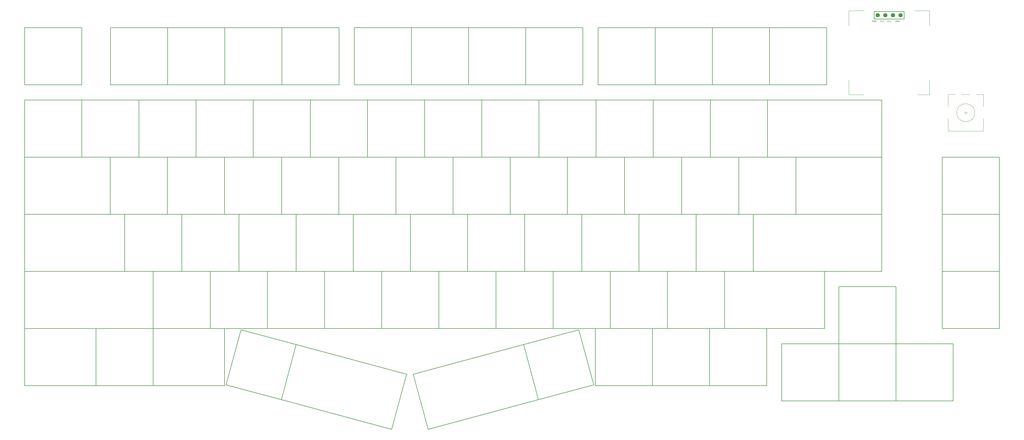
<source format=gbr>
%TF.GenerationSoftware,KiCad,Pcbnew,(6.0.1)*%
%TF.CreationDate,2022-02-07T12:22:45+01:00*%
%TF.ProjectId,middle,6d696464-6c65-42e6-9b69-6361645f7063,rev?*%
%TF.SameCoordinates,Original*%
%TF.FileFunction,Legend,Top*%
%TF.FilePolarity,Positive*%
%FSLAX46Y46*%
G04 Gerber Fmt 4.6, Leading zero omitted, Abs format (unit mm)*
G04 Created by KiCad (PCBNEW (6.0.1)) date 2022-02-07 12:22:45*
%MOMM*%
%LPD*%
G01*
G04 APERTURE LIST*
%ADD10C,0.100000*%
%ADD11C,0.150000*%
%ADD12C,0.120000*%
%ADD13C,1.397000*%
G04 APERTURE END LIST*
D10*
%TO.C,J1*%
X342033333Y-82678190D02*
X342200000Y-83178190D01*
X342366666Y-82678190D01*
X342819047Y-83130571D02*
X342795238Y-83154380D01*
X342723809Y-83178190D01*
X342676190Y-83178190D01*
X342604761Y-83154380D01*
X342557142Y-83106761D01*
X342533333Y-83059142D01*
X342509523Y-82963904D01*
X342509523Y-82892476D01*
X342533333Y-82797238D01*
X342557142Y-82749619D01*
X342604761Y-82702000D01*
X342676190Y-82678190D01*
X342723809Y-82678190D01*
X342795238Y-82702000D01*
X342819047Y-82725809D01*
X343319047Y-83130571D02*
X343295238Y-83154380D01*
X343223809Y-83178190D01*
X343176190Y-83178190D01*
X343104761Y-83154380D01*
X343057142Y-83106761D01*
X343033333Y-83059142D01*
X343009523Y-82963904D01*
X343009523Y-82892476D01*
X343033333Y-82797238D01*
X343057142Y-82749619D01*
X343104761Y-82702000D01*
X343176190Y-82678190D01*
X343223809Y-82678190D01*
X343295238Y-82702000D01*
X343319047Y-82725809D01*
X347192857Y-83154380D02*
X347264285Y-83178190D01*
X347383333Y-83178190D01*
X347430952Y-83154380D01*
X347454761Y-83130571D01*
X347478571Y-83082952D01*
X347478571Y-83035333D01*
X347454761Y-82987714D01*
X347430952Y-82963904D01*
X347383333Y-82940095D01*
X347288095Y-82916285D01*
X347240476Y-82892476D01*
X347216666Y-82868666D01*
X347192857Y-82821047D01*
X347192857Y-82773428D01*
X347216666Y-82725809D01*
X347240476Y-82702000D01*
X347288095Y-82678190D01*
X347407142Y-82678190D01*
X347478571Y-82702000D01*
X347692857Y-83178190D02*
X347692857Y-82678190D01*
X347811904Y-82678190D01*
X347883333Y-82702000D01*
X347930952Y-82749619D01*
X347954761Y-82797238D01*
X347978571Y-82892476D01*
X347978571Y-82963904D01*
X347954761Y-83059142D01*
X347930952Y-83106761D01*
X347883333Y-83154380D01*
X347811904Y-83178190D01*
X347692857Y-83178190D01*
X348169047Y-83035333D02*
X348407142Y-83035333D01*
X348121428Y-83178190D02*
X348288095Y-82678190D01*
X348454761Y-83178190D01*
X339719047Y-82702000D02*
X339671428Y-82678190D01*
X339600000Y-82678190D01*
X339528571Y-82702000D01*
X339480952Y-82749619D01*
X339457142Y-82797238D01*
X339433333Y-82892476D01*
X339433333Y-82963904D01*
X339457142Y-83059142D01*
X339480952Y-83106761D01*
X339528571Y-83154380D01*
X339600000Y-83178190D01*
X339647619Y-83178190D01*
X339719047Y-83154380D01*
X339742857Y-83130571D01*
X339742857Y-82963904D01*
X339647619Y-82963904D01*
X339957142Y-83178190D02*
X339957142Y-82678190D01*
X340242857Y-83178190D01*
X340242857Y-82678190D01*
X340480952Y-83178190D02*
X340480952Y-82678190D01*
X340600000Y-82678190D01*
X340671428Y-82702000D01*
X340719047Y-82749619D01*
X340742857Y-82797238D01*
X340766666Y-82892476D01*
X340766666Y-82963904D01*
X340742857Y-83059142D01*
X340719047Y-83106761D01*
X340671428Y-83154380D01*
X340600000Y-83178190D01*
X340480952Y-83178190D01*
X344504761Y-83154380D02*
X344576190Y-83178190D01*
X344695238Y-83178190D01*
X344742857Y-83154380D01*
X344766666Y-83130571D01*
X344790476Y-83082952D01*
X344790476Y-83035333D01*
X344766666Y-82987714D01*
X344742857Y-82963904D01*
X344695238Y-82940095D01*
X344600000Y-82916285D01*
X344552380Y-82892476D01*
X344528571Y-82868666D01*
X344504761Y-82821047D01*
X344504761Y-82773428D01*
X344528571Y-82725809D01*
X344552380Y-82702000D01*
X344600000Y-82678190D01*
X344719047Y-82678190D01*
X344790476Y-82702000D01*
X345290476Y-83130571D02*
X345266666Y-83154380D01*
X345195238Y-83178190D01*
X345147619Y-83178190D01*
X345076190Y-83154380D01*
X345028571Y-83106761D01*
X345004761Y-83059142D01*
X344980952Y-82963904D01*
X344980952Y-82892476D01*
X345004761Y-82797238D01*
X345028571Y-82749619D01*
X345076190Y-82702000D01*
X345147619Y-82678190D01*
X345195238Y-82678190D01*
X345266666Y-82702000D01*
X345290476Y-82725809D01*
X345742857Y-83178190D02*
X345504761Y-83178190D01*
X345504761Y-82678190D01*
D11*
%TO.C,KA0*%
X56890000Y-85138999D02*
X75940000Y-85138999D01*
X75940000Y-85138999D02*
X75940000Y-104188999D01*
X56890000Y-104188999D02*
X56890000Y-85138999D01*
X75940000Y-104188999D02*
X56890000Y-104188999D01*
%TO.C,KA1*%
X85540000Y-104188999D02*
X85540000Y-85138999D01*
X104590000Y-104188999D02*
X85540000Y-104188999D01*
X85540000Y-85138999D02*
X104590000Y-85138999D01*
X104590000Y-85138999D02*
X104590000Y-104188999D01*
%TO.C,KA2*%
X104589999Y-104188999D02*
X104589999Y-85138999D01*
X123639999Y-104188999D02*
X104589999Y-104188999D01*
X104589999Y-85138999D02*
X123639999Y-85138999D01*
X123639999Y-85138999D02*
X123639999Y-104188999D01*
%TO.C,KA3*%
X123640000Y-85138999D02*
X142690000Y-85138999D01*
X123640000Y-104188999D02*
X123640000Y-85138999D01*
X142690000Y-85138999D02*
X142690000Y-104188999D01*
X142690000Y-104188999D02*
X123640000Y-104188999D01*
%TO.C,KA4*%
X161740000Y-104188999D02*
X142690000Y-104188999D01*
X142690000Y-104188999D02*
X142690000Y-85138999D01*
X142690000Y-85138999D02*
X161740000Y-85138999D01*
X161740000Y-85138999D02*
X161740000Y-104188999D01*
%TO.C,KA5*%
X166790000Y-85138999D02*
X185840000Y-85138999D01*
X185840000Y-85138999D02*
X185840000Y-104188999D01*
X185840000Y-104188999D02*
X166790000Y-104188999D01*
X166790000Y-104188999D02*
X166790000Y-85138999D01*
%TO.C,KA6*%
X185840000Y-85138999D02*
X204890000Y-85138999D01*
X204890000Y-85138999D02*
X204890000Y-104188999D01*
X185840000Y-104188999D02*
X185840000Y-85138999D01*
X204890000Y-104188999D02*
X185840000Y-104188999D01*
%TO.C,KA7*%
X204890000Y-85138999D02*
X223940000Y-85138999D01*
X204890000Y-104188999D02*
X204890000Y-85138999D01*
X223940000Y-104188999D02*
X204890000Y-104188999D01*
X223940000Y-85138999D02*
X223940000Y-104188999D01*
%TO.C,KA8*%
X223939999Y-85138999D02*
X242989999Y-85138999D01*
X242989999Y-85138999D02*
X242989999Y-104188999D01*
X223939999Y-104188999D02*
X223939999Y-85138999D01*
X242989999Y-104188999D02*
X223939999Y-104188999D01*
%TO.C,KA9*%
X248039999Y-104188999D02*
X248039999Y-85138999D01*
X267089999Y-85138999D02*
X267089999Y-104188999D01*
X248039999Y-85138999D02*
X267089999Y-85138999D01*
X267089999Y-104188999D02*
X248039999Y-104188999D01*
%TO.C,KA10*%
X286139999Y-104188999D02*
X267089999Y-104188999D01*
X267089999Y-85138999D02*
X286139999Y-85138999D01*
X286139999Y-85138999D02*
X286139999Y-104188999D01*
X267089999Y-104188999D02*
X267089999Y-85138999D01*
%TO.C,KA11*%
X305189999Y-104188999D02*
X286139999Y-104188999D01*
X305189999Y-85138999D02*
X305189999Y-104188999D01*
X286139999Y-104188999D02*
X286139999Y-85138999D01*
X286139999Y-85138999D02*
X305189999Y-85138999D01*
%TO.C,KA12*%
X324239999Y-104188999D02*
X305189999Y-104188999D01*
X324239999Y-85138999D02*
X324239999Y-104188999D01*
X305189999Y-85138999D02*
X324239999Y-85138999D01*
X305189999Y-104188999D02*
X305189999Y-85138999D01*
%TO.C,KB0*%
X75940000Y-109238999D02*
X75940000Y-128288999D01*
X56890000Y-109238999D02*
X75940000Y-109238999D01*
X56890000Y-128288999D02*
X56890000Y-109238999D01*
X75940000Y-128288999D02*
X56890000Y-128288999D01*
%TO.C,KB1*%
X94989999Y-109238999D02*
X94989999Y-128288999D01*
X94989999Y-128288999D02*
X75939999Y-128288999D01*
X75939999Y-128288999D02*
X75939999Y-109238999D01*
X75939999Y-109238999D02*
X94989999Y-109238999D01*
%TO.C,KB2*%
X114039999Y-128288999D02*
X94989999Y-128288999D01*
X114039999Y-109238999D02*
X114039999Y-128288999D01*
X94989999Y-109238999D02*
X114039999Y-109238999D01*
X94989999Y-128288999D02*
X94989999Y-109238999D01*
%TO.C,KB3*%
X133090000Y-128288999D02*
X114040000Y-128288999D01*
X114040000Y-128288999D02*
X114040000Y-109238999D01*
X133090000Y-109238999D02*
X133090000Y-128288999D01*
X114040000Y-109238999D02*
X133090000Y-109238999D01*
%TO.C,KB4*%
X133090000Y-109238999D02*
X152140000Y-109238999D01*
X152140000Y-109238999D02*
X152140000Y-128288999D01*
X133090000Y-128288999D02*
X133090000Y-109238999D01*
X152140000Y-128288999D02*
X133090000Y-128288999D01*
%TO.C,KB5*%
X171190000Y-109238999D02*
X171190000Y-128288999D01*
X152140000Y-109238999D02*
X171190000Y-109238999D01*
X171190000Y-128288999D02*
X152140000Y-128288999D01*
X152140000Y-128288999D02*
X152140000Y-109238999D01*
%TO.C,KB6*%
X190240000Y-128288999D02*
X171190000Y-128288999D01*
X171190000Y-109238999D02*
X190240000Y-109238999D01*
X190240000Y-109238999D02*
X190240000Y-128288999D01*
X171190000Y-128288999D02*
X171190000Y-109238999D01*
%TO.C,KB7*%
X209290000Y-128288999D02*
X190240000Y-128288999D01*
X190240000Y-128288999D02*
X190240000Y-109238999D01*
X209290000Y-109238999D02*
X209290000Y-128288999D01*
X190240000Y-109238999D02*
X209290000Y-109238999D01*
%TO.C,KB9*%
X247390000Y-109238999D02*
X247390000Y-128288999D01*
X228340000Y-109238999D02*
X247390000Y-109238999D01*
X228340000Y-128288999D02*
X228340000Y-109238999D01*
X247390000Y-128288999D02*
X228340000Y-128288999D01*
%TO.C,KB10*%
X247390000Y-109238999D02*
X266440000Y-109238999D01*
X266440000Y-128288999D02*
X247390000Y-128288999D01*
X247390000Y-128288999D02*
X247390000Y-109238999D01*
X266440000Y-109238999D02*
X266440000Y-128288999D01*
%TO.C,KB11*%
X266439999Y-109238999D02*
X285489999Y-109238999D01*
X285489999Y-109238999D02*
X285489999Y-128288999D01*
X266439999Y-128288999D02*
X266439999Y-109238999D01*
X285489999Y-128288999D02*
X266439999Y-128288999D01*
%TO.C,KB12*%
X285489999Y-109238999D02*
X304539999Y-109238999D01*
X304539999Y-109238999D02*
X304539999Y-128288999D01*
X285489999Y-128288999D02*
X285489999Y-109238999D01*
X304539999Y-128288999D02*
X285489999Y-128288999D01*
%TO.C,KC1*%
X85465000Y-128288999D02*
X104515000Y-128288999D01*
X85465000Y-147338999D02*
X85465000Y-128288999D01*
X104515000Y-147338999D02*
X85465000Y-147338999D01*
X104515000Y-128288999D02*
X104515000Y-147338999D01*
%TO.C,KC2*%
X104515000Y-128288999D02*
X123565000Y-128288999D01*
X104515000Y-147338999D02*
X104515000Y-128288999D01*
X123565000Y-128288999D02*
X123565000Y-147338999D01*
X123565000Y-147338999D02*
X104515000Y-147338999D01*
%TO.C,KC3*%
X123565000Y-147338999D02*
X123565000Y-128288999D01*
X123565000Y-128288999D02*
X142615000Y-128288999D01*
X142615000Y-147338999D02*
X123565000Y-147338999D01*
X142615000Y-128288999D02*
X142615000Y-147338999D01*
%TO.C,KC4*%
X142615000Y-147338999D02*
X142615000Y-128288999D01*
X161665000Y-128288999D02*
X161665000Y-147338999D01*
X161665000Y-147338999D02*
X142615000Y-147338999D01*
X142615000Y-128288999D02*
X161665000Y-128288999D01*
%TO.C,KC5*%
X180715000Y-147338999D02*
X161665000Y-147338999D01*
X161665000Y-147338999D02*
X161665000Y-128288999D01*
X161665000Y-128288999D02*
X180715000Y-128288999D01*
X180715000Y-128288999D02*
X180715000Y-147338999D01*
%TO.C,KC6*%
X199765000Y-147338999D02*
X180715000Y-147338999D01*
X180715000Y-128288999D02*
X199765000Y-128288999D01*
X180715000Y-147338999D02*
X180715000Y-128288999D01*
X199765000Y-128288999D02*
X199765000Y-147338999D01*
%TO.C,KC7*%
X199765000Y-128288999D02*
X218815000Y-128288999D01*
X218815000Y-147338999D02*
X199765000Y-147338999D01*
X199765000Y-147338999D02*
X199765000Y-128288999D01*
X218815000Y-128288999D02*
X218815000Y-147338999D01*
%TO.C,KC8*%
X237865000Y-128288999D02*
X237865000Y-147338999D01*
X218815000Y-128288999D02*
X237865000Y-128288999D01*
X237865000Y-147338999D02*
X218815000Y-147338999D01*
X218815000Y-147338999D02*
X218815000Y-128288999D01*
%TO.C,KC9*%
X256915000Y-147338999D02*
X237865000Y-147338999D01*
X237865000Y-128288999D02*
X256915000Y-128288999D01*
X256915000Y-128288999D02*
X256915000Y-147338999D01*
X237865000Y-147338999D02*
X237865000Y-128288999D01*
%TO.C,KC10*%
X256914999Y-128288999D02*
X275964999Y-128288999D01*
X275964999Y-128288999D02*
X275964999Y-147338999D01*
X256914999Y-147338999D02*
X256914999Y-128288999D01*
X275964999Y-147338999D02*
X256914999Y-147338999D01*
%TO.C,KC11*%
X275964999Y-147338999D02*
X275964999Y-128288999D01*
X295014999Y-128288999D02*
X295014999Y-147338999D01*
X295014999Y-147338999D02*
X275964999Y-147338999D01*
X275964999Y-128288999D02*
X295014999Y-128288999D01*
%TO.C,KD1*%
X109277500Y-166389000D02*
X90227500Y-166389000D01*
X90227500Y-166389000D02*
X90227500Y-147339000D01*
X109277500Y-147339000D02*
X109277500Y-166389000D01*
X90227500Y-147339000D02*
X109277500Y-147339000D01*
%TO.C,KD2*%
X128327500Y-166389000D02*
X109277500Y-166389000D01*
X109277500Y-147339000D02*
X128327500Y-147339000D01*
X109277500Y-166389000D02*
X109277500Y-147339000D01*
X128327500Y-147339000D02*
X128327500Y-166389000D01*
%TO.C,KD3*%
X147377500Y-166389000D02*
X128327500Y-166389000D01*
X147377500Y-147339000D02*
X147377500Y-166389000D01*
X128327500Y-166389000D02*
X128327500Y-147339000D01*
X128327500Y-147339000D02*
X147377500Y-147339000D01*
%TO.C,KD4*%
X166427500Y-147339000D02*
X166427500Y-166389000D01*
X147377500Y-147339000D02*
X166427500Y-147339000D01*
X166427500Y-166389000D02*
X147377500Y-166389000D01*
X147377500Y-166389000D02*
X147377500Y-147339000D01*
%TO.C,KD5*%
X185477500Y-147339000D02*
X185477500Y-166389000D01*
X166427500Y-166389000D02*
X166427500Y-147339000D01*
X185477500Y-166389000D02*
X166427500Y-166389000D01*
X166427500Y-147339000D02*
X185477500Y-147339000D01*
%TO.C,KD6*%
X204527500Y-147339000D02*
X204527500Y-166389000D01*
X185477500Y-147339000D02*
X204527500Y-147339000D01*
X185477500Y-166389000D02*
X185477500Y-147339000D01*
X204527500Y-166389000D02*
X185477500Y-166389000D01*
%TO.C,KD7*%
X204527500Y-147339000D02*
X223577500Y-147339000D01*
X223577500Y-166389000D02*
X204527500Y-166389000D01*
X204527500Y-166389000D02*
X204527500Y-147339000D01*
X223577500Y-147339000D02*
X223577500Y-166389000D01*
%TO.C,KD8*%
X242627500Y-147339000D02*
X242627500Y-166389000D01*
X223577500Y-166389000D02*
X223577500Y-147339000D01*
X223577500Y-147339000D02*
X242627500Y-147339000D01*
X242627500Y-166389000D02*
X223577500Y-166389000D01*
%TO.C,KD9*%
X261677500Y-166389000D02*
X242627500Y-166389000D01*
X242627500Y-166389000D02*
X242627500Y-147339000D01*
X261677500Y-147339000D02*
X261677500Y-166389000D01*
X242627500Y-147339000D02*
X261677500Y-147339000D01*
%TO.C,KD10*%
X280727499Y-166389000D02*
X261677499Y-166389000D01*
X280727499Y-147339000D02*
X280727499Y-166389000D01*
X261677499Y-166389000D02*
X261677499Y-147339000D01*
X261677499Y-147339000D02*
X280727499Y-147339000D01*
%TO.C,KD11*%
X299777499Y-147339000D02*
X299777499Y-166389000D01*
X299777499Y-166389000D02*
X280727499Y-166389000D01*
X280727499Y-166389000D02*
X280727499Y-147339000D01*
X280727499Y-147339000D02*
X299777499Y-147339000D01*
%TO.C,KE1*%
X118802500Y-185439000D02*
X99752500Y-185439000D01*
X99752500Y-185439000D02*
X99752500Y-166389000D01*
X99752500Y-166389000D02*
X118802500Y-166389000D01*
X118802500Y-166389000D02*
X118802500Y-185439000D01*
%TO.C,KE2*%
X137852500Y-185439000D02*
X118802500Y-185439000D01*
X118802500Y-185439000D02*
X118802500Y-166389000D01*
X118802500Y-166389000D02*
X137852500Y-166389000D01*
X137852500Y-166389000D02*
X137852500Y-185439000D01*
%TO.C,KE3*%
X137852500Y-185439000D02*
X137852500Y-166389000D01*
X156902500Y-185439000D02*
X137852500Y-185439000D01*
X156902500Y-166389000D02*
X156902500Y-185439000D01*
X137852500Y-166389000D02*
X156902500Y-166389000D01*
%TO.C,KE4*%
X175952500Y-185439000D02*
X156902500Y-185439000D01*
X156902500Y-166389000D02*
X175952500Y-166389000D01*
X156902500Y-185439000D02*
X156902500Y-166389000D01*
X175952500Y-166389000D02*
X175952500Y-185439000D01*
%TO.C,KE5*%
X195002500Y-166389000D02*
X195002500Y-185439000D01*
X175952500Y-166389000D02*
X195002500Y-166389000D01*
X175952500Y-185439000D02*
X175952500Y-166389000D01*
X195002500Y-185439000D02*
X175952500Y-185439000D01*
%TO.C,KE6*%
X214052500Y-185439000D02*
X195002500Y-185439000D01*
X214052500Y-166389000D02*
X214052500Y-185439000D01*
X195002500Y-185439000D02*
X195002500Y-166389000D01*
X195002500Y-166389000D02*
X214052500Y-166389000D01*
%TO.C,KE7*%
X214052500Y-166389000D02*
X233102500Y-166389000D01*
X233102500Y-166389000D02*
X233102500Y-185439000D01*
X214052500Y-185439000D02*
X214052500Y-166389000D01*
X233102500Y-185439000D02*
X214052500Y-185439000D01*
%TO.C,KE8*%
X252152500Y-166389000D02*
X252152500Y-185439000D01*
X233102500Y-185439000D02*
X233102500Y-166389000D01*
X252152500Y-185439000D02*
X233102500Y-185439000D01*
X233102500Y-166389000D02*
X252152500Y-166389000D01*
%TO.C,KE9*%
X271202499Y-166389000D02*
X271202499Y-185439000D01*
X271202499Y-185439000D02*
X252152499Y-185439000D01*
X252152499Y-166389000D02*
X271202499Y-166389000D01*
X252152499Y-185439000D02*
X252152499Y-166389000D01*
%TO.C,KE10*%
X290252499Y-185439000D02*
X271202499Y-185439000D01*
X271202499Y-166389000D02*
X290252499Y-166389000D01*
X271202499Y-185439000D02*
X271202499Y-166389000D01*
X290252499Y-166389000D02*
X290252499Y-185439000D01*
%TO.C,KF1*%
X99752500Y-185439000D02*
X99752500Y-204489000D01*
X80702500Y-204489000D02*
X80702500Y-185439000D01*
X80702500Y-185439000D02*
X99752500Y-185439000D01*
X99752500Y-204489000D02*
X80702500Y-204489000D01*
%TO.C,KF3*%
X147397659Y-190779060D02*
X142467156Y-209179947D01*
X124066269Y-204249444D02*
X128996772Y-185848557D01*
X142467156Y-209179947D02*
X124066269Y-204249444D01*
X128996772Y-185848557D02*
X147397659Y-190779060D01*
%TO.C,KF6*%
X241670728Y-185848557D02*
X246601231Y-204249444D01*
X228200344Y-209179947D02*
X223269841Y-190779060D01*
X223269841Y-190779060D02*
X241670728Y-185848557D01*
X246601231Y-204249444D02*
X228200344Y-209179947D01*
%TO.C,KF8*%
X285202500Y-204489000D02*
X266152500Y-204489000D01*
X266152500Y-185439000D02*
X285202500Y-185439000D01*
X285202500Y-185439000D02*
X285202500Y-204489000D01*
X266152500Y-204489000D02*
X266152500Y-185439000D01*
%TO.C,KB13*%
X342639999Y-109238999D02*
X342639999Y-128288999D01*
X304539999Y-109238999D02*
X342639999Y-109238999D01*
X342639999Y-128288999D02*
X304539999Y-128288999D01*
X304539999Y-128288999D02*
X304539999Y-109238999D01*
%TO.C,KC0*%
X85465000Y-147338999D02*
X56890000Y-147338999D01*
X56890000Y-147338999D02*
X56890000Y-128288999D01*
X56890000Y-128288999D02*
X85465000Y-128288999D01*
X85465000Y-128288999D02*
X85465000Y-147338999D01*
%TO.C,KD0*%
X90227500Y-166388999D02*
X56890000Y-166388999D01*
X56890000Y-166388999D02*
X56890000Y-147338999D01*
X56890000Y-147338999D02*
X90227500Y-147338999D01*
X90227500Y-147338999D02*
X90227500Y-166388999D01*
%TO.C,KE0*%
X99752500Y-185438999D02*
X56890000Y-185438999D01*
X99752500Y-166388999D02*
X99752500Y-185438999D01*
X56890000Y-166388999D02*
X99752500Y-166388999D01*
X56890000Y-185438999D02*
X56890000Y-166388999D01*
%TO.C,KF0*%
X56890000Y-204489000D02*
X56890000Y-185439000D01*
X80702500Y-185439000D02*
X80702500Y-204489000D01*
X56890000Y-204489000D02*
X80702500Y-204489000D01*
X56890000Y-185439000D02*
X80702500Y-185439000D01*
%TO.C,KF2*%
X99752499Y-204489000D02*
X123564999Y-204489000D01*
X123564999Y-185439000D02*
X123564999Y-204489000D01*
X99752499Y-185439000D02*
X123564999Y-185439000D01*
X99752499Y-204489000D02*
X99752499Y-185439000D01*
%TO.C,KF4*%
X184199432Y-200640066D02*
X179268929Y-219040953D01*
X147397658Y-190779060D02*
X184199432Y-200640066D01*
X179268929Y-219040953D02*
X142467155Y-209179947D01*
X142467155Y-209179947D02*
X147397658Y-190779060D01*
%TO.C,KF5*%
X228200344Y-209179947D02*
X191398570Y-219040953D01*
X223269841Y-190779060D02*
X228200344Y-209179947D01*
X191398570Y-219040953D02*
X186468067Y-200640066D01*
X186468067Y-200640066D02*
X223269841Y-190779060D01*
%TO.C,KC12*%
X314064999Y-128288999D02*
X314064999Y-147338999D01*
X295014999Y-147338999D02*
X295014999Y-128288999D01*
X314064999Y-147338999D02*
X295014999Y-147338999D01*
X295014999Y-128288999D02*
X314064999Y-128288999D01*
%TO.C,KC13*%
X342639999Y-147338999D02*
X314064999Y-147338999D01*
X342639999Y-128288999D02*
X342639999Y-147338999D01*
X314064999Y-128288999D02*
X342639999Y-128288999D01*
X314064999Y-147338999D02*
X314064999Y-128288999D01*
%TO.C,KB8*%
X209290000Y-109238999D02*
X228340000Y-109238999D01*
X228340000Y-128288999D02*
X209290000Y-128288999D01*
X228340000Y-109238999D02*
X228340000Y-128288999D01*
X209290000Y-128288999D02*
X209290000Y-109238999D01*
D12*
%TO.C,J1*%
X358600000Y-79452000D02*
X358600000Y-84452000D01*
X331600000Y-107452000D02*
X331600000Y-102452000D01*
X331600000Y-107452000D02*
X336600000Y-107452000D01*
X331600000Y-84452000D02*
X331600000Y-79452000D01*
D11*
X340100000Y-82246000D02*
X340100000Y-79706000D01*
D12*
X331600000Y-79452000D02*
X336600000Y-79452000D01*
X358600000Y-107452000D02*
X354600000Y-107452000D01*
X358600000Y-107452000D02*
X358600000Y-102452000D01*
D11*
X340100000Y-79706000D02*
X350100000Y-79706000D01*
X350100000Y-79706000D02*
X350100000Y-82246000D01*
X340100000Y-82246000D02*
X350100000Y-82246000D01*
D12*
X353600000Y-79452000D02*
X358600000Y-79452000D01*
D11*
%TO.C,KD12*%
X299777499Y-147338999D02*
X342639999Y-147338999D01*
X342639999Y-166388999D02*
X299777499Y-166388999D01*
X342639999Y-147338999D02*
X342639999Y-166388999D01*
X299777499Y-166388999D02*
X299777499Y-147338999D01*
%TO.C,KE11*%
X290252499Y-166389000D02*
X323589999Y-166389000D01*
X323589999Y-166389000D02*
X323589999Y-185439000D01*
X290252499Y-185439000D02*
X290252499Y-166389000D01*
X323589999Y-185439000D02*
X290252499Y-185439000D01*
%TO.C,KF7*%
X266152499Y-204489000D02*
X247102499Y-204489000D01*
X247102499Y-185439000D02*
X266152499Y-185439000D01*
X247102499Y-204489000D02*
X247102499Y-185439000D01*
X266152499Y-185439000D02*
X266152499Y-204489000D01*
%TO.C,KF9*%
X285202500Y-185439000D02*
X304252500Y-185439000D01*
X304252500Y-185439000D02*
X304252500Y-204489000D01*
X304252500Y-204489000D02*
X285202500Y-204489000D01*
X285202500Y-204489000D02*
X285202500Y-185439000D01*
%TO.C,KF12*%
X366452499Y-190488999D02*
X366452499Y-209538999D01*
X347402499Y-209538999D02*
X347402499Y-190488999D01*
X347402499Y-190488999D02*
X366452499Y-190488999D01*
X366452499Y-209538999D02*
X347402499Y-209538999D01*
%TO.C,KF11*%
X328352500Y-190488999D02*
X347402500Y-190488999D01*
X328352500Y-209538999D02*
X328352500Y-190488999D01*
X347402500Y-209538999D02*
X328352500Y-209538999D01*
X347402500Y-190488999D02*
X347402500Y-209538999D01*
%TO.C,KF10*%
X309302500Y-190488999D02*
X328352500Y-190488999D01*
X309302500Y-209538999D02*
X309302500Y-190488999D01*
X328352500Y-190488999D02*
X328352500Y-209538999D01*
X328352500Y-209538999D02*
X309302500Y-209538999D01*
%TO.C,KE12*%
X328352499Y-171438999D02*
X347402499Y-171438999D01*
X347402499Y-171438999D02*
X347402499Y-190488999D01*
X328352499Y-190488999D02*
X328352499Y-171438999D01*
X347402499Y-190488999D02*
X328352499Y-190488999D01*
%TO.C,KD13*%
X381889999Y-147338999D02*
X362839999Y-147338999D01*
X362839999Y-147338999D02*
X362839999Y-128288999D01*
X362839999Y-128288999D02*
X381889999Y-128288999D01*
X381889999Y-128288999D02*
X381889999Y-147338999D01*
%TO.C,KE13*%
X381889999Y-147339000D02*
X381889999Y-166389000D01*
X362839999Y-166389000D02*
X362839999Y-147339000D01*
X381889999Y-166389000D02*
X362839999Y-166389000D01*
X362839999Y-147339000D02*
X381889999Y-147339000D01*
%TO.C,KF13*%
X362839999Y-185439000D02*
X362839999Y-166389000D01*
X381889999Y-166389000D02*
X381889999Y-185439000D01*
X381889999Y-185439000D02*
X362839999Y-185439000D01*
X362839999Y-166389000D02*
X381889999Y-166389000D01*
D12*
%TO.C,SW99*%
X370650000Y-113962000D02*
X370650000Y-112962000D01*
X376550000Y-115462000D02*
X376550000Y-119562000D01*
X364750000Y-107362000D02*
X367150000Y-107362000D01*
X376550000Y-107362000D02*
X376550000Y-111462000D01*
X370150000Y-113462000D02*
X371150000Y-113462000D01*
X364750000Y-111462000D02*
X364750000Y-107362000D01*
X364750000Y-119562000D02*
X376550000Y-119562000D01*
X369350000Y-107362000D02*
X371950000Y-107362000D01*
X374150000Y-107362000D02*
X376550000Y-107362000D01*
X364750000Y-115462000D02*
X364750000Y-119562000D01*
X373650000Y-113462000D02*
G75*
G03*
X373650000Y-113462000I-3000000J0D01*
G01*
%TD*%
D13*
%TO.C,J1*%
X341290000Y-80952000D03*
X343830000Y-80952000D03*
X346370000Y-80952000D03*
X348910000Y-80952000D03*
%TD*%
M02*

</source>
